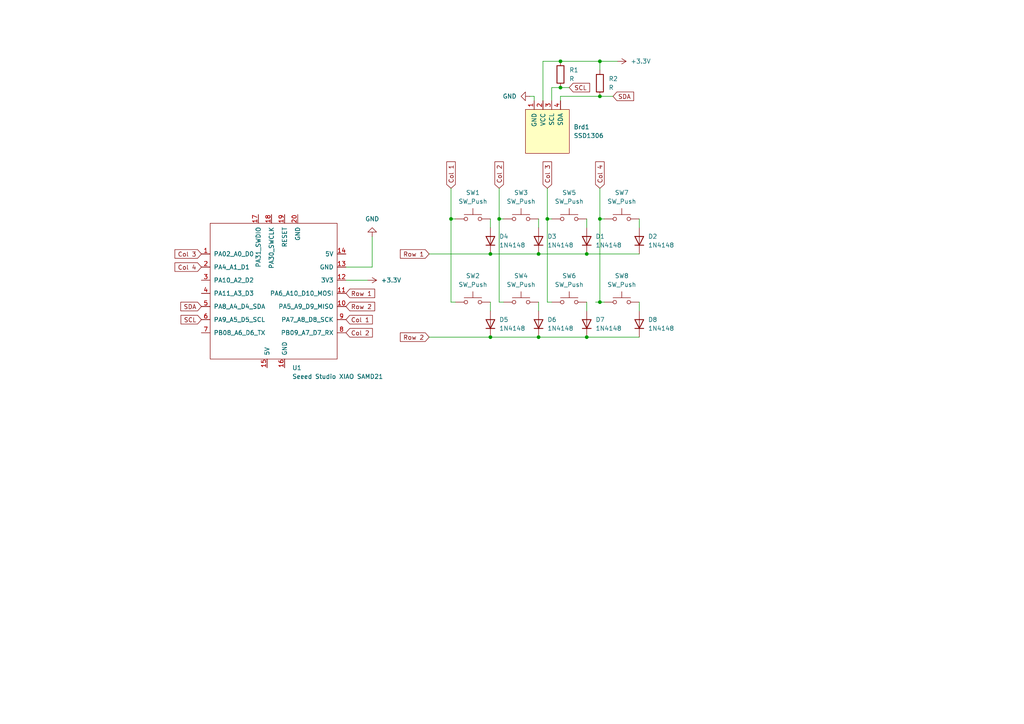
<source format=kicad_sch>
(kicad_sch (version 20231120) (generator "eeschema") (generator_version "8.0")
  (paper "A4")
  (lib_symbols
    (symbol "Device:R" (pin_numbers hide) (pin_names (offset 0))
      (property "Reference" "R" (at 2.032 0 90))
      (property "Value" "R" (at 0 0 90))
      (symbol "R_0_1"
        (rectangle (start -1.016 -2.54) (end 1.016 2.54) (stroke (width 0.254)))
      )
      (symbol "R_1_1"
        (pin passive line (at 0 3.81 270) (length 1.27) (name "~") (number "1"))
        (pin passive line (at 0 -3.81 90) (length 1.27) (name "~") (number "2"))
      )
    )
    (symbol "Diode:1N4148" (pin_numbers hide) (pin_names hide)
      (property "Reference" "D" (at 0 2.54 0))
      (property "Value" "1N4148" (at 0 -2.54 0))
      (symbol "1N4148_0_1"
        (polyline (pts (xy -1.27 1.27) (xy -1.27 -1.27)) (stroke (width 0.254)))
        (polyline (pts (xy 1.27 0) (xy -1.27 0)))
        (polyline (pts (xy 1.27 1.27) (xy 1.27 -1.27) (xy -1.27 0) (xy 1.27 1.27)) (stroke (width 0.254)))
      )
      (symbol "1N4148_1_1"
        (pin passive line (at -3.81 0 0) (length 2.54) (name "K") (number "1"))
        (pin passive line (at 3.81 0 180) (length 2.54) (name "A") (number "2"))
      )
    )
    (symbol "SSD1306-128x64_OLED:SSD1306" (pin_names (offset 1.016))
      (property "Reference" "Brd" (at 0 -3.81 0))
      (property "Value" "SSD1306" (at 0 -1.27 0))
      (symbol "SSD1306_0_1"
        (rectangle (start -6.35 6.35) (end 6.35 -6.35) (fill (type background)))
      )
      (symbol "SSD1306_1_1"
        (pin input line (at -3.81 8.89 270) (length 2.54) (name "GND") (number "1"))
        (pin input line (at -1.27 8.89 270) (length 2.54) (name "VCC") (number "2"))
        (pin input line (at 1.27 8.89 270) (length 2.54) (name "SCL") (number "3"))
        (pin input line (at 3.81 8.89 270) (length 2.54) (name "SDA") (number "4"))
      )
    )
    (symbol "Seeed_Studio_XIAO_Series:Seeed Studio XIAO SAMD21" (pin_names (offset 1.016))
      (property "Reference" "U" (at -19.05 22.86 0))
      (property "Value" "Seeed Studio XIAO SAMD21" (at -12.7 21.59 0))
      (symbol "Seeed Studio XIAO SAMD21_0_1"
        (rectangle (start -19.05 20.32) (end 17.78 -19.05))
      )
      (symbol "Seeed Studio XIAO SAMD21_1_1"
        (pin unspecified line (at -21.59 11.43 0) (length 2.54) (name "PA02_A0_D0") (number "1"))
        (pin unspecified line (at 20.32 -3.81 180) (length 2.54) (name "PA5_A9_D9_MISO") (number "10"))
        (pin unspecified line (at 20.32 0 180) (length 2.54) (name "PA6_A10_D10_MOSI") (number "11"))
        (pin unspecified line (at 20.32 3.81 180) (length 2.54) (name "3V3") (number "12"))
        (pin unspecified line (at 20.32 7.62 180) (length 2.54) (name "GND") (number "13"))
        (pin unspecified line (at 20.32 11.43 180) (length 2.54) (name "5V") (number "14"))
        (pin input line (at -2.54 -21.59 90) (length 2.54) (name "5V") (number "15"))
        (pin input line (at 2.54 -21.59 90) (length 2.54) (name "GND") (number "16"))
        (pin input line (at -5.08 22.86 270) (length 2.54) (name "PA31_SWDIO") (number "17"))
        (pin input line (at -1.27 22.86 270) (length 2.54) (name "PA30_SWCLK") (number "18"))
        (pin input line (at 2.54 22.86 270) (length 2.54) (name "RESET") (number "19"))
        (pin unspecified line (at -21.59 7.62 0) (length 2.54) (name "PA4_A1_D1") (number "2"))
        (pin input line (at 6.35 22.86 270) (length 2.54) (name "GND") (number "20"))
        (pin unspecified line (at -21.59 3.81 0) (length 2.54) (name "PA10_A2_D2") (number "3"))
        (pin unspecified line (at -21.59 0 0) (length 2.54) (name "PA11_A3_D3") (number "4"))
        (pin unspecified line (at -21.59 -3.81 0) (length 2.54) (name "PA8_A4_D4_SDA") (number "5"))
        (pin unspecified line (at -21.59 -7.62 0) (length 2.54) (name "PA9_A5_D5_SCL") (number "6"))
        (pin unspecified line (at -21.59 -11.43 0) (length 2.54) (name "PB08_A6_D6_TX") (number "7"))
        (pin unspecified line (at 20.32 -11.43 180) (length 2.54) (name "PB09_A7_D7_RX") (number "8"))
        (pin unspecified line (at 20.32 -7.62 180) (length 2.54) (name "PA7_A8_D8_SCK") (number "9"))
      )
    )
    (symbol "Switch:SW_Push" (pin_numbers hide) (pin_names (offset 1.016) hide)
      (property "Reference" "SW" (at 1.27 2.54 0))
      (property "Value" "SW_Push" (at 0 -1.524 0))
      (symbol "SW_Push_0_1"
        (circle (center -2.032 0) (radius 0.508))
        (polyline (pts (xy 0 1.27) (xy 0 3.048)))
        (polyline (pts (xy 2.54 1.27) (xy -2.54 1.27)))
        (circle (center 2.032 0) (radius 0.508))
        (pin passive line (at -5.08 0 0) (length 2.54) (name "1") (number "1"))
        (pin passive line (at 5.08 0 180) (length 2.54) (name "2") (number "2"))
      )
    )
    (symbol "power:+3.3V" (power) (pin_numbers hide) (pin_names (offset 0) hide)
      (property "Value" "+3.3V" (at 0 3.556 0))
      (symbol "+3.3V_0_1"
        (polyline (pts (xy -0.762 1.27) (xy 0 2.54)))
        (polyline (pts (xy 0 0) (xy 0 2.54)))
        (polyline (pts (xy 0 2.54) (xy 0.762 1.27)))
      )
      (symbol "+3.3V_1_1"
        (pin power_in line (at 0 0 90) (length 0) (name "~") (number "1"))
      )
    )
    (symbol "power:GND" (power) (pin_numbers hide) (pin_names (offset 0) hide)
      (property "Value" "GND" (at 0 -3.81 0))
      (symbol "GND_0_1"
        (polyline (pts (xy 0 0) (xy 0 -1.27) (xy 1.27 -1.27) (xy 0 -2.54) (xy -1.27 -1.27) (xy 0 -1.27)))
      )
      (symbol "GND_1_1"
        (pin power_in line (at 0 0 270) (length 0) (name "~") (number "1"))
      )
    )
  )
  (junction (at 173.99 27.94))
  (junction (at 173.99 17.78))
  (junction (at 158.75 63.5))
  (junction (at 156.21 73.66))
  (junction (at 142.24 73.66))
  (junction (at 173.99 87.63))
  (junction (at 142.24 97.79))
  (junction (at 156.21 97.79))
  (junction (at 130.81 63.5))
  (junction (at 144.78 63.5))
  (junction (at 162.56 17.78))
  (junction (at 170.18 97.79))
  (junction (at 162.56 25.4))
  (junction (at 173.99 63.5))
  (junction (at 170.18 73.66))
  (wire (pts (xy 162.56 27.94) (xy 173.99 27.94)))
  (wire (pts (xy 130.81 63.5) (xy 132.08 63.5)))
  (wire (pts (xy 156.21 87.63) (xy 156.21 90.17)))
  (wire (pts (xy 170.18 73.66) (xy 185.42 73.66)))
  (wire (pts (xy 157.48 17.78) (xy 157.48 29.21)))
  (wire (pts (xy 172.72 87.63) (xy 173.99 87.63)))
  (wire (pts (xy 158.75 54.61) (xy 158.75 63.5)))
  (wire (pts (xy 170.18 87.63) (xy 170.18 90.17)))
  (wire (pts (xy 153.67 27.94) (xy 154.94 27.94)))
  (wire (pts (xy 185.42 63.5) (xy 185.42 66.04)))
  (wire (pts (xy 156.21 97.79) (xy 170.18 97.79)))
  (wire (pts (xy 173.99 17.78) (xy 162.56 17.78)))
  (wire (pts (xy 144.78 87.63) (xy 146.05 87.63)))
  (wire (pts (xy 162.56 29.21) (xy 162.56 27.94)))
  (wire (pts (xy 154.94 27.94) (xy 154.94 29.21)))
  (wire (pts (xy 107.95 68.58) (xy 107.95 77.47)))
  (wire (pts (xy 162.56 25.4) (xy 165.1 25.4)))
  (wire (pts (xy 179.07 17.78) (xy 173.99 17.78)))
  (wire (pts (xy 130.81 63.5) (xy 130.81 87.63)))
  (wire (pts (xy 156.21 63.5) (xy 156.21 66.04)))
  (wire (pts (xy 173.99 54.61) (xy 173.99 63.5)))
  (wire (pts (xy 142.24 73.66) (xy 156.21 73.66)))
  (wire (pts (xy 130.81 54.61) (xy 130.81 63.5)))
  (wire (pts (xy 144.78 54.61) (xy 144.78 63.5)))
  (wire (pts (xy 144.78 63.5) (xy 144.78 87.63)))
  (wire (pts (xy 185.42 87.63) (xy 185.42 90.17)))
  (wire (pts (xy 173.99 27.94) (xy 177.8 27.94)))
  (wire (pts (xy 142.24 87.63) (xy 142.24 90.17)))
  (wire (pts (xy 160.02 25.4) (xy 162.56 25.4)))
  (wire (pts (xy 124.46 97.79) (xy 142.24 97.79)))
  (wire (pts (xy 158.75 87.63) (xy 160.02 87.63)))
  (wire (pts (xy 173.99 17.78) (xy 173.99 20.32)))
  (wire (pts (xy 160.02 29.21) (xy 160.02 25.4)))
  (wire (pts (xy 170.18 97.79) (xy 185.42 97.79)))
  (wire (pts (xy 173.99 87.63) (xy 175.26 87.63)))
  (wire (pts (xy 162.56 17.78) (xy 157.48 17.78)))
  (wire (pts (xy 173.99 63.5) (xy 175.26 63.5)))
  (wire (pts (xy 100.33 77.47) (xy 107.95 77.47)))
  (wire (pts (xy 170.18 63.5) (xy 170.18 66.04)))
  (wire (pts (xy 130.81 87.63) (xy 132.08 87.63)))
  (wire (pts (xy 142.24 63.5) (xy 142.24 66.04)))
  (wire (pts (xy 100.33 81.28) (xy 106.68 81.28)))
  (wire (pts (xy 142.24 97.79) (xy 156.21 97.79)))
  (wire (pts (xy 173.99 63.5) (xy 173.99 87.63)))
  (wire (pts (xy 158.75 63.5) (xy 158.75 87.63)))
  (wire (pts (xy 158.75 63.5) (xy 160.02 63.5)))
  (wire (pts (xy 144.78 63.5) (xy 146.05 63.5)))
  (wire (pts (xy 124.46 73.66) (xy 142.24 73.66)))
  (wire (pts (xy 156.21 73.66) (xy 170.18 73.66)))
  (global_label "Row 1" (shape input) (at 124.46 73.66 180) (property "Intersheetrefs" "${INTERSHEET_REFS}" (effects (hide yes))))
  (global_label "Row 2" (shape input) (at 124.46 97.79 180) (property "Intersheetrefs" "${INTERSHEET_REFS}" (effects (hide yes))))
  (global_label "Col 4" (shape input) (at 173.99 54.61 90) (property "Intersheetrefs" "${INTERSHEET_REFS}" (effects (hide yes))))
  (global_label "Col 3" (shape input) (at 58.42 73.66 180) (property "Intersheetrefs" "${INTERSHEET_REFS}" (effects (hide yes))))
  (global_label "Col 2" (shape input) (at 100.33 96.52 0) (property "Intersheetrefs" "${INTERSHEET_REFS}" (effects (hide yes))))
  (global_label "SCL" (shape input) (at 58.42 92.71 180) (property "Intersheetrefs" "${INTERSHEET_REFS}" (effects (hide yes))))
  (global_label "Col 3" (shape input) (at 158.75 54.61 90) (property "Intersheetrefs" "${INTERSHEET_REFS}" (effects (hide yes))))
  (global_label "Row 2" (shape input) (at 100.33 88.9 0) (property "Intersheetrefs" "${INTERSHEET_REFS}" (effects (hide yes))))
  (global_label "SCL" (shape input) (at 165.1 25.4 0) (property "Intersheetrefs" "${INTERSHEET_REFS}" (effects (hide yes))))
  (global_label "SDA" (shape input) (at 58.42 88.9 180) (property "Intersheetrefs" "${INTERSHEET_REFS}" (effects (hide yes))))
  (global_label "Row 1" (shape input) (at 100.33 85.09 0) (property "Intersheetrefs" "${INTERSHEET_REFS}" (effects (hide yes))))
  (global_label "Col 1" (shape input) (at 100.33 92.71 0) (property "Intersheetrefs" "${INTERSHEET_REFS}" (effects (hide yes))))
  (global_label "SDA" (shape input) (at 177.8 27.94 0) (property "Intersheetrefs" "${INTERSHEET_REFS}" (effects (hide yes))))
  (global_label "Col 2" (shape input) (at 144.78 54.61 90) (property "Intersheetrefs" "${INTERSHEET_REFS}" (effects (hide yes))))
  (global_label "Col 4" (shape input) (at 58.42 77.47 180) (property "Intersheetrefs" "${INTERSHEET_REFS}" (effects (hide yes))))
  (global_label "Col 1" (shape input) (at 130.81 54.61 90) (property "Intersheetrefs" "${INTERSHEET_REFS}" (effects (hide yes))))
  (symbol (lib_id "Switch:SW_Push") (at 137.16 63.5 0) (unit 1)
    (property "Reference" "SW1" (at 137.16 55.88 0))
    (property "Value" "SW_Push" (at 137.16 58.42 0))
    (property "Footprint" "Button_Switch_Keyboard:SW_Cherry_MX_1.00u_PCB" (effects (hide yes)))
    (property "Description" "Push button switch, generic, two pins" (effects (hide yes)))
  )
  (symbol (lib_id "Diode:1N4148") (at 185.42 93.98 90) (unit 1)
    (property "Reference" "D8" (at 187.96 92.7099 90) (effects (justify right)))
    (property "Value" "1N4148" (at 187.96 95.2499 90) (effects (justify right)))
    (property "Footprint" "Diode_THT:D_DO-35_SOD27_P7.62mm_Horizontal" (effects (hide yes)))
    (property "Datasheet" "https://assets.nexperia.com/documents/data-sheet/1N4148_1N4448.pdf" (effects (hide yes)))
    (property "Description" "100V 0.15A standard switching diode, DO-35" (effects (hide yes)))
    (property "Sim.Device" "D" (effects (hide yes)))
    (property "Sim.Pins" "1=K 2=A" (effects (hide yes)))
  )
  (symbol (lib_id "Switch:SW_Push") (at 137.16 87.63 0) (unit 1)
    (property "Reference" "SW2" (at 137.16 80.01 0))
    (property "Value" "SW_Push" (at 137.16 82.55 0))
    (property "Footprint" "Button_Switch_Keyboard:SW_Cherry_MX_1.00u_PCB" (effects (hide yes)))
    (property "Description" "Push button switch, generic, two pins" (effects (hide yes)))
  )
  (symbol (lib_id "Switch:SW_Push") (at 151.13 87.63 0) (unit 1)
    (property "Reference" "SW4" (at 151.13 80.01 0))
    (property "Value" "SW_Push" (at 151.13 82.55 0))
    (property "Footprint" "Button_Switch_Keyboard:SW_Cherry_MX_1.00u_PCB" (effects (hide yes)))
    (property "Description" "Push button switch, generic, two pins" (effects (hide yes)))
  )
  (symbol (lib_id "Switch:SW_Push") (at 165.1 63.5 0) (unit 1)
    (property "Reference" "SW5" (at 165.1 55.88 0))
    (property "Value" "SW_Push" (at 165.1 58.42 0))
    (property "Footprint" "Button_Switch_Keyboard:SW_Cherry_MX_1.00u_PCB" (effects (hide yes)))
    (property "Description" "Push button switch, generic, two pins" (effects (hide yes)))
  )
  (symbol (lib_id "power:GND") (at 153.67 27.94 270) (unit 1)
    (property "Reference" "#PWR02" (effects (hide yes)))
    (property "Value" "GND" (at 149.86 27.9399 90) (effects (justify right)))
    (property "Description" "Power symbol creates a global label with name \"GND\" , ground" (effects (hide yes)))
  )
  (symbol (lib_id "Device:R") (at 162.56 21.59 0) (unit 1)
    (property "Reference" "R1" (at 165.1 20.3199 0) (effects (justify left)))
    (property "Value" "R" (at 165.1 22.8599 0) (effects (justify left)))
    (property "Footprint" "Resistor_THT:R_Axial_DIN0309_L9.0mm_D3.2mm_P15.24mm_Horizontal" (effects (hide yes)))
    (property "Description" "Resistor" (effects (hide yes)))
  )
  (symbol (lib_id "Diode:1N4148") (at 156.21 93.98 90) (unit 1)
    (property "Reference" "D6" (at 158.75 92.7099 90) (effects (justify right)))
    (property "Value" "1N4148" (at 158.75 95.2499 90) (effects (justify right)))
    (property "Footprint" "Diode_THT:D_DO-35_SOD27_P7.62mm_Horizontal" (effects (hide yes)))
    (property "Datasheet" "https://assets.nexperia.com/documents/data-sheet/1N4148_1N4448.pdf" (effects (hide yes)))
    (property "Description" "100V 0.15A standard switching diode, DO-35" (effects (hide yes)))
    (property "Sim.Device" "D" (effects (hide yes)))
    (property "Sim.Pins" "1=K 2=A" (effects (hide yes)))
  )
  (symbol (lib_id "Switch:SW_Push") (at 151.13 63.5 0) (unit 1)
    (property "Reference" "SW3" (at 151.13 55.88 0))
    (property "Value" "SW_Push" (at 151.13 58.42 0))
    (property "Footprint" "Button_Switch_Keyboard:SW_Cherry_MX_1.00u_PCB" (effects (hide yes)))
    (property "Description" "Push button switch, generic, two pins" (effects (hide yes)))
  )
  (symbol (lib_id "Seeed_Studio_XIAO_Series:Seeed Studio XIAO SAMD21") (at 80.01 85.09 0) (unit 1)
    (property "Reference" "U1" (at 84.7441 106.68 0) (effects (justify left)))
    (property "Value" "Seeed Studio XIAO SAMD21" (at 84.7441 109.22 0) (effects (justify left)))
    (property "Footprint" "Seeed Studio XIAO Series Library:XIAO-SAMD21-RP2040-14P-2.54-21X17.8MM (Seeeduino XIAO)" (effects (hide yes)))
  )
  (symbol (lib_id "SSD1306-128x64_OLED:SSD1306") (at 158.75 38.1 0) (unit 1)
    (property "Reference" "Brd1" (at 166.37 36.8299 0) (effects (justify left)))
    (property "Value" "SSD1306" (at 166.37 39.3699 0) (effects (justify left)))
    (property "Footprint" "OLED-LIB:SSD1306-0.91-OLED-4pin-128x32" (effects (hide yes)))
    (property "Description" "SSD1306 OLED" (effects (hide yes)))
  )
  (symbol (lib_id "Diode:1N4148") (at 142.24 69.85 90) (unit 1)
    (property "Reference" "D4" (at 144.78 68.5799 90) (effects (justify right)))
    (property "Value" "1N4148" (at 144.78 71.1199 90) (effects (justify right)))
    (property "Footprint" "Diode_THT:D_DO-35_SOD27_P7.62mm_Horizontal" (effects (hide yes)))
    (property "Datasheet" "https://assets.nexperia.com/documents/data-sheet/1N4148_1N4448.pdf" (effects (hide yes)))
    (property "Description" "100V 0.15A standard switching diode, DO-35" (effects (hide yes)))
    (property "Sim.Device" "D" (effects (hide yes)))
    (property "Sim.Pins" "1=K 2=A" (effects (hide yes)))
  )
  (symbol (lib_id "Diode:1N4148") (at 142.24 93.98 90) (unit 1)
    (property "Reference" "D5" (at 144.78 92.7099 90) (effects (justify right)))
    (property "Value" "1N4148" (at 144.78 95.2499 90) (effects (justify right)))
    (property "Footprint" "Diode_THT:D_DO-35_SOD27_P7.62mm_Horizontal" (effects (hide yes)))
    (property "Datasheet" "https://assets.nexperia.com/documents/data-sheet/1N4148_1N4448.pdf" (effects (hide yes)))
    (property "Description" "100V 0.15A standard switching diode, DO-35" (effects (hide yes)))
    (property "Sim.Device" "D" (effects (hide yes)))
    (property "Sim.Pins" "1=K 2=A" (effects (hide yes)))
  )
  (symbol (lib_id "power:GND") (at 107.95 68.58 180) (unit 1)
    (property "Reference" "#PWR01" (effects (hide yes)))
    (property "Value" "GND" (at 107.95 63.5 0))
    (property "Description" "Power symbol creates a global label with name \"GND\" , ground" (effects (hide yes)))
  )
  (symbol (lib_id "Diode:1N4148") (at 170.18 93.98 90) (unit 1)
    (property "Reference" "D7" (at 172.72 92.7099 90) (effects (justify right)))
    (property "Value" "1N4148" (at 172.72 95.2499 90) (effects (justify right)))
    (property "Footprint" "Diode_THT:D_DO-35_SOD27_P7.62mm_Horizontal" (effects (hide yes)))
    (property "Datasheet" "https://assets.nexperia.com/documents/data-sheet/1N4148_1N4448.pdf" (effects (hide yes)))
    (property "Description" "100V 0.15A standard switching diode, DO-35" (effects (hide yes)))
    (property "Sim.Device" "D" (effects (hide yes)))
    (property "Sim.Pins" "1=K 2=A" (effects (hide yes)))
  )
  (symbol (lib_id "power:+3.3V") (at 106.68 81.28 270) (unit 1)
    (property "Reference" "#PWR03" (effects (hide yes)))
    (property "Value" "+3.3V" (at 110.49 81.2799 90) (effects (justify left)))
    (property "Description" "Power symbol creates a global label with name \"+3.3V\"" (effects (hide yes)))
  )
  (symbol (lib_id "Switch:SW_Push") (at 180.34 87.63 0) (unit 1)
    (property "Reference" "SW8" (at 180.34 80.01 0))
    (property "Value" "SW_Push" (at 180.34 82.55 0))
    (property "Footprint" "Button_Switch_Keyboard:SW_Cherry_MX_1.00u_PCB" (effects (hide yes)))
    (property "Description" "Push button switch, generic, two pins" (effects (hide yes)))
  )
  (symbol (lib_id "power:+3.3V") (at 179.07 17.78 270) (unit 1)
    (property "Reference" "#PWR04" (effects (hide yes)))
    (property "Value" "+3.3V" (at 182.88 17.7799 90) (effects (justify left)))
    (property "Description" "Power symbol creates a global label with name \"+3.3V\"" (effects (hide yes)))
  )
  (symbol (lib_id "Switch:SW_Push") (at 165.1 87.63 0) (unit 1)
    (property "Reference" "SW6" (at 165.1 80.01 0))
    (property "Value" "SW_Push" (at 165.1 82.55 0))
    (property "Footprint" "Button_Switch_Keyboard:SW_Cherry_MX_1.00u_PCB" (effects (hide yes)))
    (property "Description" "Push button switch, generic, two pins" (effects (hide yes)))
  )
  (symbol (lib_id "Switch:SW_Push") (at 180.34 63.5 0) (unit 1)
    (property "Reference" "SW7" (at 180.34 55.88 0))
    (property "Value" "SW_Push" (at 180.34 58.42 0))
    (property "Footprint" "Button_Switch_Keyboard:SW_Cherry_MX_1.00u_PCB" (effects (hide yes)))
    (property "Description" "Push button switch, generic, two pins" (effects (hide yes)))
  )
  (symbol (lib_id "Diode:1N4148") (at 170.18 69.85 90) (unit 1)
    (property "Reference" "D1" (at 172.72 68.5799 90) (effects (justify right)))
    (property "Value" "1N4148" (at 172.72 71.1199 90) (effects (justify right)))
    (property "Footprint" "Diode_THT:D_DO-35_SOD27_P7.62mm_Horizontal" (effects (hide yes)))
    (property "Datasheet" "https://assets.nexperia.com/documents/data-sheet/1N4148_1N4448.pdf" (effects (hide yes)))
    (property "Description" "100V 0.15A standard switching diode, DO-35" (effects (hide yes)))
    (property "Sim.Device" "D" (effects (hide yes)))
    (property "Sim.Pins" "1=K 2=A" (effects (hide yes)))
  )
  (symbol (lib_id "Diode:1N4148") (at 156.21 69.85 90) (unit 1)
    (property "Reference" "D3" (at 158.75 68.5799 90) (effects (justify right)))
    (property "Value" "1N4148" (at 158.75 71.1199 90) (effects (justify right)))
    (property "Footprint" "Diode_THT:D_DO-35_SOD27_P7.62mm_Horizontal" (effects (hide yes)))
    (property "Datasheet" "https://assets.nexperia.com/documents/data-sheet/1N4148_1N4448.pdf" (effects (hide yes)))
    (property "Description" "100V 0.15A standard switching diode, DO-35" (effects (hide yes)))
    (property "Sim.Device" "D" (effects (hide yes)))
    (property "Sim.Pins" "1=K 2=A" (effects (hide yes)))
  )
  (symbol (lib_id "Diode:1N4148") (at 185.42 69.85 90) (unit 1)
    (property "Reference" "D2" (at 187.96 68.5799 90) (effects (justify right)))
    (property "Value" "1N4148" (at 187.96 71.1199 90) (effects (justify right)))
    (property "Footprint" "Diode_THT:D_DO-35_SOD27_P7.62mm_Horizontal" (effects (hide yes)))
    (property "Datasheet" "https://assets.nexperia.com/documents/data-sheet/1N4148_1N4448.pdf" (effects (hide yes)))
    (property "Description" "100V 0.15A standard switching diode, DO-35" (effects (hide yes)))
    (property "Sim.Device" "D" (effects (hide yes)))
    (property "Sim.Pins" "1=K 2=A" (effects (hide yes)))
  )
  (symbol (lib_id "Device:R") (at 173.99 24.13 0) (unit 1)
    (property "Reference" "R2" (at 176.53 22.8599 0) (effects (justify left)))
    (property "Value" "R" (at 176.53 25.3999 0) (effects (justify left)))
    (property "Footprint" "Resistor_THT:R_Axial_DIN0309_L9.0mm_D3.2mm_P15.24mm_Horizontal" (effects (hide yes)))
    (property "Description" "Resistor" (effects (hide yes)))
  )
)
</source>
